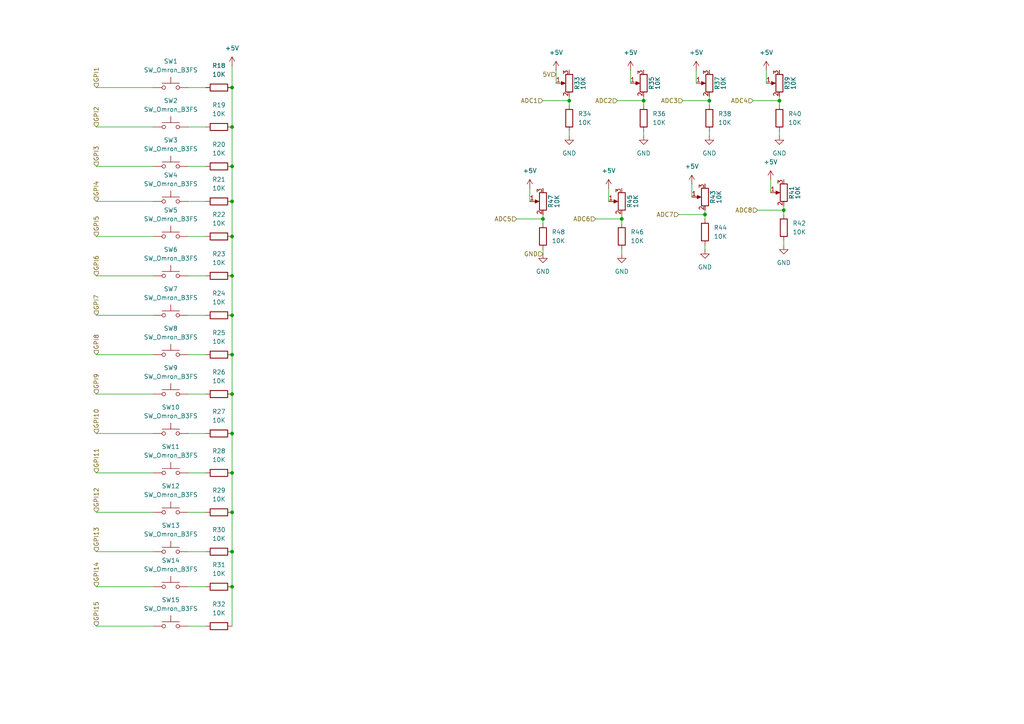
<source format=kicad_sch>
(kicad_sch (version 20231120) (generator "eeschema") (generator_version "8.0")
  (paper "A4")
  (lib_symbols
    (symbol "Device:R" (pin_numbers hide) (pin_names (offset 0))
      (property "Reference" "R" (at 2.032 0 90))
      (property "Value" "R" (at 0 0 90))
      (symbol "R_0_1"
        (rectangle (start -1.016 -2.54) (end 1.016 2.54) (stroke (width 0.254)))
      )
      (symbol "R_1_1"
        (pin passive line (at 0 3.81 270) (length 1.27) (name "~") (number "1"))
        (pin passive line (at 0 -3.81 90) (length 1.27) (name "~") (number "2"))
      )
    )
    (symbol "SharfiLIB:Potentiometer_RM065"
      (property "Reference" "R33" (at 0 -2.286 0))
      (property "Value" "10K" (at 0 -4.064 0))
      (symbol "Potentiometer_RM065_0_1"
        (rectangle (start -2.54 1.016) (end 2.54 -1.016) (stroke (width 0.254)))
        (polyline (pts (xy 0 2.54) (xy 0 1.524)))
        (polyline (pts (xy 0 1.143) (xy -0.508 2.286) (xy 0.508 2.286) (xy 0 1.143)) (fill (type outline)))
      )
      (symbol "Potentiometer_RM065_1_1"
        (pin passive line (at 0 3.81 270) (length 1.27) (name "") (number "1"))
        (pin passive line (at -3.81 0 0) (length 1.27) (name "") (number "2"))
        (pin passive line (at 3.81 0 180) (length 1.27) (name "") (number "3"))
      )
    )
    (symbol "Switch:SW_Omron_B3FS" (pin_numbers hide) (pin_names (offset 1.016) hide)
      (property "Reference" "SW" (at 1.27 2.54 0))
      (property "Value" "SW_Omron_B3FS" (at 0 -1.524 0))
      (symbol "SW_Omron_B3FS_0_1"
        (circle (center -2.032 0) (radius 0.508))
        (polyline (pts (xy 0 1.27) (xy 0 3.048)))
        (polyline (pts (xy 2.54 1.27) (xy -2.54 1.27)))
        (circle (center 2.032 0) (radius 0.508))
        (pin passive line (at -5.08 0 0) (length 2.54) (name "1") (number "1"))
        (pin passive line (at 5.08 0 180) (length 2.54) (name "2") (number "2"))
      )
    )
    (symbol "power:+5V" (power) (pin_numbers hide) (pin_names (offset 0) hide)
      (property "Value" "+5V" (at 0 3.556 0))
      (symbol "+5V_0_1"
        (polyline (pts (xy -0.762 1.27) (xy 0 2.54)))
        (polyline (pts (xy 0 0) (xy 0 2.54)))
        (polyline (pts (xy 0 2.54) (xy 0.762 1.27)))
      )
      (symbol "+5V_1_1"
        (pin power_in line (at 0 0 90) (length 0) (name "~") (number "1"))
      )
    )
    (symbol "power:GND" (power) (pin_numbers hide) (pin_names (offset 0) hide)
      (property "Value" "GND" (at 0 -3.81 0))
      (symbol "GND_0_1"
        (polyline (pts (xy 0 0) (xy 0 -1.27) (xy 1.27 -1.27) (xy 0 -2.54) (xy -1.27 -1.27) (xy 0 -1.27)))
      )
      (symbol "GND_1_1"
        (pin power_in line (at 0 0 270) (length 0) (name "~") (number "1"))
      )
    )
  )
  (junction (at 204.47 62.23))
  (junction (at 186.69 29.21))
  (junction (at 67.31 160.02))
  (junction (at 67.31 68.58))
  (junction (at 67.31 80.01))
  (junction (at 205.74 29.21))
  (junction (at 67.31 125.73))
  (junction (at 67.31 58.42))
  (junction (at 180.34 63.5))
  (junction (at 67.31 102.87))
  (junction (at 67.31 114.3))
  (junction (at 67.31 36.83))
  (junction (at 67.31 25.4))
  (junction (at 67.31 170.18))
  (junction (at 67.31 91.44))
  (junction (at 165.1 29.21))
  (junction (at 227.33 60.96))
  (junction (at 67.31 48.26))
  (junction (at 157.48 63.5))
  (junction (at 226.06 29.21))
  (junction (at 67.31 137.16))
  (junction (at 67.31 148.59))
  (wire (pts (xy 157.48 63.5) (xy 157.48 64.77)))
  (wire (pts (xy 67.31 137.16) (xy 67.31 148.59)))
  (wire (pts (xy 27.94 91.44) (xy 44.45 91.44)))
  (wire (pts (xy 196.85 62.23) (xy 204.47 62.23)))
  (wire (pts (xy 54.61 80.01) (xy 59.69 80.01)))
  (wire (pts (xy 227.33 60.96) (xy 227.33 62.23)))
  (wire (pts (xy 223.52 52.07) (xy 223.52 55.88)))
  (wire (pts (xy 67.31 68.58) (xy 67.31 80.01)))
  (wire (pts (xy 54.61 36.83) (xy 59.69 36.83)))
  (wire (pts (xy 227.33 59.69) (xy 227.33 60.96)))
  (wire (pts (xy 54.61 181.61) (xy 59.69 181.61)))
  (wire (pts (xy 205.74 38.1) (xy 205.74 39.37)))
  (wire (pts (xy 172.72 63.5) (xy 180.34 63.5)))
  (wire (pts (xy 153.67 54.61) (xy 153.67 58.42)))
  (wire (pts (xy 59.69 25.4) (xy 54.61 25.4)))
  (wire (pts (xy 182.88 20.32) (xy 182.88 24.13)))
  (wire (pts (xy 67.31 170.18) (xy 67.31 181.61)))
  (wire (pts (xy 67.31 114.3) (xy 67.31 125.73)))
  (wire (pts (xy 67.31 58.42) (xy 67.31 68.58)))
  (wire (pts (xy 54.61 91.44) (xy 59.69 91.44)))
  (wire (pts (xy 27.94 125.73) (xy 44.45 125.73)))
  (wire (pts (xy 157.48 72.39) (xy 157.48 73.66)))
  (wire (pts (xy 165.1 27.94) (xy 165.1 29.21)))
  (wire (pts (xy 67.31 160.02) (xy 67.31 170.18)))
  (wire (pts (xy 176.53 54.61) (xy 176.53 58.42)))
  (wire (pts (xy 226.06 38.1) (xy 226.06 39.37)))
  (wire (pts (xy 186.69 29.21) (xy 186.69 30.48)))
  (wire (pts (xy 54.61 68.58) (xy 59.69 68.58)))
  (wire (pts (xy 27.94 160.02) (xy 44.45 160.02)))
  (wire (pts (xy 180.34 62.23) (xy 180.34 63.5)))
  (wire (pts (xy 27.94 170.18) (xy 44.45 170.18)))
  (wire (pts (xy 157.48 62.23) (xy 157.48 63.5)))
  (wire (pts (xy 200.66 53.34) (xy 200.66 57.15)))
  (wire (pts (xy 180.34 72.39) (xy 180.34 73.66)))
  (wire (pts (xy 204.47 62.23) (xy 204.47 63.5)))
  (wire (pts (xy 67.31 36.83) (xy 67.31 48.26)))
  (wire (pts (xy 205.74 27.94) (xy 205.74 29.21)))
  (wire (pts (xy 27.94 148.59) (xy 44.45 148.59)))
  (wire (pts (xy 227.33 69.85) (xy 227.33 71.12)))
  (wire (pts (xy 67.31 48.26) (xy 67.31 58.42)))
  (wire (pts (xy 186.69 38.1) (xy 186.69 39.37)))
  (wire (pts (xy 219.71 60.96) (xy 227.33 60.96)))
  (wire (pts (xy 161.29 20.32) (xy 161.29 24.13)))
  (wire (pts (xy 67.31 80.01) (xy 67.31 91.44)))
  (wire (pts (xy 157.48 29.21) (xy 165.1 29.21)))
  (wire (pts (xy 67.31 19.05) (xy 67.31 25.4)))
  (wire (pts (xy 204.47 60.96) (xy 204.47 62.23)))
  (wire (pts (xy 54.61 137.16) (xy 59.69 137.16)))
  (wire (pts (xy 226.06 27.94) (xy 226.06 29.21)))
  (wire (pts (xy 218.44 29.21) (xy 226.06 29.21)))
  (wire (pts (xy 67.31 148.59) (xy 67.31 160.02)))
  (wire (pts (xy 67.31 125.73) (xy 67.31 137.16)))
  (wire (pts (xy 54.61 102.87) (xy 59.69 102.87)))
  (wire (pts (xy 54.61 160.02) (xy 59.69 160.02)))
  (wire (pts (xy 67.31 102.87) (xy 67.31 114.3)))
  (wire (pts (xy 165.1 29.21) (xy 165.1 30.48)))
  (wire (pts (xy 179.07 29.21) (xy 186.69 29.21)))
  (wire (pts (xy 27.94 181.61) (xy 44.45 181.61)))
  (wire (pts (xy 198.12 29.21) (xy 205.74 29.21)))
  (wire (pts (xy 27.94 58.42) (xy 44.45 58.42)))
  (wire (pts (xy 27.94 68.58) (xy 44.45 68.58)))
  (wire (pts (xy 27.94 25.4) (xy 44.45 25.4)))
  (wire (pts (xy 27.94 137.16) (xy 44.45 137.16)))
  (wire (pts (xy 54.61 170.18) (xy 59.69 170.18)))
  (wire (pts (xy 186.69 27.94) (xy 186.69 29.21)))
  (wire (pts (xy 204.47 71.12) (xy 204.47 72.39)))
  (wire (pts (xy 54.61 114.3) (xy 59.69 114.3)))
  (wire (pts (xy 54.61 125.73) (xy 59.69 125.73)))
  (wire (pts (xy 222.25 20.32) (xy 222.25 24.13)))
  (wire (pts (xy 54.61 48.26) (xy 59.69 48.26)))
  (wire (pts (xy 205.74 29.21) (xy 205.74 30.48)))
  (wire (pts (xy 27.94 36.83) (xy 44.45 36.83)))
  (wire (pts (xy 27.94 80.01) (xy 44.45 80.01)))
  (wire (pts (xy 27.94 102.87) (xy 44.45 102.87)))
  (wire (pts (xy 180.34 63.5) (xy 180.34 64.77)))
  (wire (pts (xy 165.1 38.1) (xy 165.1 39.37)))
  (wire (pts (xy 201.93 20.32) (xy 201.93 24.13)))
  (wire (pts (xy 226.06 29.21) (xy 226.06 30.48)))
  (wire (pts (xy 67.31 25.4) (xy 67.31 36.83)))
  (wire (pts (xy 27.94 114.3) (xy 44.45 114.3)))
  (wire (pts (xy 27.94 48.26) (xy 44.45 48.26)))
  (wire (pts (xy 149.86 63.5) (xy 157.48 63.5)))
  (wire (pts (xy 54.61 148.59) (xy 59.69 148.59)))
  (wire (pts (xy 67.31 91.44) (xy 67.31 102.87)))
  (wire (pts (xy 54.61 58.42) (xy 59.69 58.42)))
  (hierarchical_label "GPI14" (shape input) (at 27.94 170.18 90))
  (hierarchical_label "GND" (shape input) (at 157.48 73.66 180))
  (hierarchical_label "GPI15" (shape input) (at 27.94 181.61 90))
  (hierarchical_label "GPI1" (shape input) (at 27.94 25.4 90))
  (hierarchical_label "GPI10" (shape input) (at 27.94 125.73 90))
  (hierarchical_label "ADC7" (shape input) (at 196.85 62.23 180))
  (hierarchical_label "GPI8" (shape input) (at 27.94 102.87 90))
  (hierarchical_label "GPI7" (shape input) (at 27.94 91.44 90))
  (hierarchical_label "ADC1" (shape input) (at 157.48 29.21 180))
  (hierarchical_label "GPI12" (shape input) (at 27.94 148.59 90))
  (hierarchical_label "GPI13" (shape input) (at 27.94 160.02 90))
  (hierarchical_label "GPI3" (shape input) (at 27.94 48.26 90))
  (hierarchical_label "ADC3" (shape input) (at 198.12 29.21 180))
  (hierarchical_label "GPI6" (shape input) (at 27.94 80.01 90))
  (hierarchical_label "ADC8" (shape input) (at 219.71 60.96 180))
  (hierarchical_label "GPI4" (shape input) (at 27.94 58.42 90))
  (hierarchical_label "ADC5" (shape input) (at 149.86 63.5 180))
  (hierarchical_label "ADC4" (shape input) (at 218.44 29.21 180))
  (hierarchical_label "GPI11" (shape input) (at 27.94 137.16 90))
  (hierarchical_label "GPI2" (shape input) (at 27.94 36.83 90))
  (hierarchical_label "GPI9" (shape input) (at 27.94 114.3 90))
  (hierarchical_label "ADC2" (shape input) (at 179.07 29.21 180))
  (hierarchical_label "5V" (shape input) (at 161.29 21.59 180))
  (hierarchical_label "GPI5" (shape input) (at 27.94 68.58 90))
  (hierarchical_label "ADC6" (shape input) (at 172.72 63.5 180))
  (symbol (lib_id "Device:R") (at 63.5 148.59 90) (unit 1)
    (property "Reference" "R29" (at 63.5 142.24 90))
    (property "Value" "10K" (at 63.5 144.78 90))
    (property "Description" "Resistor" (effects (hide yes)))
  )
  (symbol (lib_id "Device:R") (at 165.1 34.29 0) (unit 1)
    (property "Reference" "R34" (at 167.64 33.0199 0) (effects (justify left)))
    (property "Value" "10K" (at 167.64 35.5599 0) (effects (justify left)))
    (property "Description" "Resistor" (effects (hide yes)))
  )
  (symbol (lib_id "Device:R") (at 63.5 102.87 90) (unit 1)
    (property "Reference" "R25" (at 63.5 96.52 90))
    (property "Value" "10K" (at 63.5 99.06 90))
    (property "Description" "Resistor" (effects (hide yes)))
  )
  (symbol (lib_id "Switch:SW_Omron_B3FS") (at 49.53 114.3 0) (unit 1)
    (property "Reference" "SW9" (at 49.53 106.68 0))
    (property "Value" "SW_Omron_B3FS" (at 49.53 109.22 0))
    (property "Footprint" "Button_Switch_SMD:SW_SPST_Omron_B3FS-100xP" (effects (hide yes)))
    (property "Datasheet" "https://omronfs.omron.com/en_US/ecb/products/pdf/en-b3fs.pdf" (effects (hide yes)))
    (property "Description" "Omron B3FS 6x6mm single pole normally-open tactile switch" (effects (hide yes)))
  )
  (symbol (lib_id "power:GND") (at 186.69 39.37 0) (unit 1)
    (property "Reference" "#PWR015" (effects (hide yes)))
    (property "Value" "GND" (at 186.69 44.45 0))
    (property "Description" "Power symbol creates a global label with name \"GND\" , ground" (effects (hide yes)))
  )
  (symbol (lib_id "Device:R") (at 157.48 68.58 0) (unit 1)
    (property "Reference" "R48" (at 160.02 67.3099 0) (effects (justify left)))
    (property "Value" "10K" (at 160.02 69.8499 0) (effects (justify left)))
    (property "Description" "Resistor" (effects (hide yes)))
  )
  (symbol (lib_id "Switch:SW_Omron_B3FS") (at 49.53 36.83 0) (unit 1)
    (property "Reference" "SW2" (at 49.53 29.21 0))
    (property "Value" "SW_Omron_B3FS" (at 49.53 31.75 0))
    (property "Footprint" "Button_Switch_SMD:SW_SPST_Omron_B3FS-100xP" (effects (hide yes)))
    (property "Datasheet" "https://omronfs.omron.com/en_US/ecb/products/pdf/en-b3fs.pdf" (effects (hide yes)))
    (property "Description" "Omron B3FS 6x6mm single pole normally-open tactile switch" (effects (hide yes)))
  )
  (symbol (lib_id "Switch:SW_Omron_B3FS") (at 49.53 25.4 0) (unit 1)
    (property "Reference" "SW1" (at 49.53 17.78 0))
    (property "Value" "SW_Omron_B3FS" (at 49.53 20.32 0))
    (property "Footprint" "Button_Switch_SMD:SW_SPST_Omron_B3FS-100xP" (effects (hide yes)))
    (property "Datasheet" "https://omronfs.omron.com/en_US/ecb/products/pdf/en-b3fs.pdf" (effects (hide yes)))
    (property "Description" "Omron B3FS 6x6mm single pole normally-open tactile switch" (effects (hide yes)))
  )
  (symbol (lib_id "SharfiLIB:Potentiometer_RM065") (at 226.06 24.13 90) (unit 1)
    (property "Reference" "R39" (at 228.346 24.13 0))
    (property "Value" "10K" (at 230.124 24.13 0))
    (property "Footprint" "SharfiLIB:RM065" (effects (hide yes)))
  )
  (symbol (lib_id "power:+5V") (at 200.66 53.34 0) (unit 1)
    (property "Reference" "#PWR022" (effects (hide yes)))
    (property "Value" "+5V" (at 200.66 48.26 0))
    (property "Description" "Power symbol creates a global label with name \"+5V\"" (effects (hide yes)))
  )
  (symbol (lib_id "Device:R") (at 63.5 48.26 90) (unit 1)
    (property "Reference" "R20" (at 63.5 41.91 90))
    (property "Value" "10K" (at 63.5 44.45 90))
    (property "Description" "Resistor" (effects (hide yes)))
  )
  (symbol (lib_id "Switch:SW_Omron_B3FS") (at 49.53 160.02 0) (unit 1)
    (property "Reference" "SW13" (at 49.53 152.4 0))
    (property "Value" "SW_Omron_B3FS" (at 49.53 154.94 0))
    (property "Footprint" "Button_Switch_SMD:SW_SPST_Omron_B3FS-100xP" (effects (hide yes)))
    (property "Datasheet" "https://omronfs.omron.com/en_US/ecb/products/pdf/en-b3fs.pdf" (effects (hide yes)))
    (property "Description" "Omron B3FS 6x6mm single pole normally-open tactile switch" (effects (hide yes)))
  )
  (symbol (lib_id "Device:R") (at 63.5 36.83 90) (unit 1)
    (property "Reference" "R19" (at 63.5 30.48 90))
    (property "Value" "10K" (at 63.5 33.02 90))
    (property "Description" "Resistor" (effects (hide yes)))
  )
  (symbol (lib_id "Device:R") (at 204.47 67.31 0) (unit 1)
    (property "Reference" "R44" (at 207.01 66.0399 0) (effects (justify left)))
    (property "Value" "10K" (at 207.01 68.5799 0) (effects (justify left)))
    (property "Description" "Resistor" (effects (hide yes)))
  )
  (symbol (lib_id "Device:R") (at 63.5 68.58 90) (unit 1)
    (property "Reference" "R22" (at 63.5 62.23 90))
    (property "Value" "10K" (at 63.5 64.77 90))
    (property "Description" "Resistor" (effects (hide yes)))
  )
  (symbol (lib_id "Device:R") (at 63.5 170.18 90) (unit 1)
    (property "Reference" "R31" (at 63.5 163.83 90))
    (property "Value" "10K" (at 63.5 166.37 90))
    (property "Description" "Resistor" (effects (hide yes)))
  )
  (symbol (lib_id "SharfiLIB:Potentiometer_RM065") (at 186.69 24.13 90) (unit 1)
    (property "Reference" "R35" (at 188.976 24.13 0))
    (property "Value" "10K" (at 190.754 24.13 0))
    (property "Footprint" "SharfiLIB:RM065" (effects (hide yes)))
  )
  (symbol (lib_id "power:GND") (at 157.48 73.66 0) (unit 1)
    (property "Reference" "#PWR027" (effects (hide yes)))
    (property "Value" "GND" (at 157.48 78.74 0))
    (property "Description" "Power symbol creates a global label with name \"GND\" , ground" (effects (hide yes)))
  )
  (symbol (lib_id "Switch:SW_Omron_B3FS") (at 49.53 102.87 0) (unit 1)
    (property "Reference" "SW8" (at 49.53 95.25 0))
    (property "Value" "SW_Omron_B3FS" (at 49.53 97.79 0))
    (property "Footprint" "Button_Switch_SMD:SW_SPST_Omron_B3FS-100xP" (effects (hide yes)))
    (property "Datasheet" "https://omronfs.omron.com/en_US/ecb/products/pdf/en-b3fs.pdf" (effects (hide yes)))
    (property "Description" "Omron B3FS 6x6mm single pole normally-open tactile switch" (effects (hide yes)))
  )
  (symbol (lib_id "power:GND") (at 180.34 73.66 0) (unit 1)
    (property "Reference" "#PWR025" (effects (hide yes)))
    (property "Value" "GND" (at 180.34 78.74 0))
    (property "Description" "Power symbol creates a global label with name \"GND\" , ground" (effects (hide yes)))
  )
  (symbol (lib_id "power:+5V") (at 161.29 20.32 0) (unit 1)
    (property "Reference" "#PWR013" (effects (hide yes)))
    (property "Value" "+5V" (at 161.29 15.24 0))
    (property "Description" "Power symbol creates a global label with name \"+5V\"" (effects (hide yes)))
  )
  (symbol (lib_id "Device:R") (at 63.5 181.61 90) (unit 1)
    (property "Reference" "R32" (at 63.5 175.26 90))
    (property "Value" "10K" (at 63.5 177.8 90))
    (property "Description" "Resistor" (effects (hide yes)))
  )
  (symbol (lib_id "Device:R") (at 63.5 125.73 90) (unit 1)
    (property "Reference" "R27" (at 63.5 119.38 90))
    (property "Value" "10K" (at 63.5 121.92 90))
    (property "Description" "Resistor" (effects (hide yes)))
  )
  (symbol (lib_id "Device:R") (at 63.5 91.44 90) (unit 1)
    (property "Reference" "R24" (at 63.5 85.09 90))
    (property "Value" "10K" (at 63.5 87.63 90))
    (property "Description" "Resistor" (effects (hide yes)))
  )
  (symbol (lib_id "Switch:SW_Omron_B3FS") (at 49.53 181.61 0) (unit 1)
    (property "Reference" "SW15" (at 49.53 173.99 0))
    (property "Value" "SW_Omron_B3FS" (at 49.53 176.53 0))
    (property "Footprint" "Button_Switch_SMD:SW_SPST_Omron_B3FS-100xP" (effects (hide yes)))
    (property "Datasheet" "https://omronfs.omron.com/en_US/ecb/products/pdf/en-b3fs.pdf" (effects (hide yes)))
    (property "Description" "Omron B3FS 6x6mm single pole normally-open tactile switch" (effects (hide yes)))
  )
  (symbol (lib_id "power:GND") (at 165.1 39.37 0) (unit 1)
    (property "Reference" "#PWR012" (effects (hide yes)))
    (property "Value" "GND" (at 165.1 44.45 0))
    (property "Description" "Power symbol creates a global label with name \"GND\" , ground" (effects (hide yes)))
  )
  (symbol (lib_id "Device:R") (at 63.5 80.01 90) (unit 1)
    (property "Reference" "R23" (at 63.5 73.66 90))
    (property "Value" "10K" (at 63.5 76.2 90))
    (property "Description" "Resistor" (effects (hide yes)))
  )
  (symbol (lib_id "Device:R") (at 205.74 34.29 0) (unit 1)
    (property "Reference" "R38" (at 208.28 33.0199 0) (effects (justify left)))
    (property "Value" "10K" (at 208.28 35.5599 0) (effects (justify left)))
    (property "Description" "Resistor" (effects (hide yes)))
  )
  (symbol (lib_id "power:+5V") (at 223.52 52.07 0) (unit 1)
    (property "Reference" "#PWR020" (effects (hide yes)))
    (property "Value" "+5V" (at 223.52 46.99 0))
    (property "Description" "Power symbol creates a global label with name \"+5V\"" (effects (hide yes)))
  )
  (symbol (lib_id "SharfiLIB:Potentiometer_RM065") (at 204.47 57.15 90) (unit 1)
    (property "Reference" "R43" (at 206.756 57.15 0))
    (property "Value" "10K" (at 208.534 57.15 0))
    (property "Footprint" "SharfiLIB:RM065" (effects (hide yes)))
  )
  (symbol (lib_id "Device:R") (at 180.34 68.58 0) (unit 1)
    (property "Reference" "R46" (at 182.88 67.3099 0) (effects (justify left)))
    (property "Value" "10K" (at 182.88 69.8499 0) (effects (justify left)))
    (property "Description" "Resistor" (effects (hide yes)))
  )
  (symbol (lib_id "power:+5V") (at 176.53 54.61 0) (unit 1)
    (property "Reference" "#PWR024" (effects (hide yes)))
    (property "Value" "+5V" (at 176.53 49.53 0))
    (property "Description" "Power symbol creates a global label with name \"+5V\"" (effects (hide yes)))
  )
  (symbol (lib_id "SharfiLIB:Potentiometer_RM065") (at 157.48 58.42 90) (unit 1)
    (property "Reference" "R47" (at 159.766 58.42 0))
    (property "Value" "10K" (at 161.544 58.42 0))
    (property "Footprint" "SharfiLIB:RM065" (effects (hide yes)))
  )
  (symbol (lib_id "power:+5V") (at 182.88 20.32 0) (unit 1)
    (property "Reference" "#PWR014" (effects (hide yes)))
    (property "Value" "+5V" (at 182.88 15.24 0))
    (property "Description" "Power symbol creates a global label with name \"+5V\"" (effects (hide yes)))
  )
  (symbol (lib_id "SharfiLIB:Potentiometer_RM065") (at 165.1 24.13 90) (unit 1)
    (property "Reference" "R33" (at 167.386 24.13 0))
    (property "Value" "10K" (at 169.164 24.13 0))
    (property "Footprint" "SharfiLIB:RM065" (effects (hide yes)))
  )
  (symbol (lib_id "power:+5V") (at 67.31 19.05 0) (unit 1)
    (property "Reference" "#PWR011" (effects (hide yes)))
    (property "Value" "+5V" (at 67.31 13.97 0))
    (property "Description" "Power symbol creates a global label with name \"+5V\"" (effects (hide yes)))
  )
  (symbol (lib_id "Switch:SW_Omron_B3FS") (at 49.53 148.59 0) (unit 1)
    (property "Reference" "SW12" (at 49.53 140.97 0))
    (property "Value" "SW_Omron_B3FS" (at 49.53 143.51 0))
    (property "Footprint" "Button_Switch_SMD:SW_SPST_Omron_B3FS-100xP" (effects (hide yes)))
    (property "Datasheet" "https://omronfs.omron.com/en_US/ecb/products/pdf/en-b3fs.pdf" (effects (hide yes)))
    (property "Description" "Omron B3FS 6x6mm single pole normally-open tactile switch" (effects (hide yes)))
  )
  (symbol (lib_id "Switch:SW_Omron_B3FS") (at 49.53 48.26 0) (unit 1)
    (property "Reference" "SW3" (at 49.53 40.64 0))
    (property "Value" "SW_Omron_B3FS" (at 49.53 43.18 0))
    (property "Footprint" "Button_Switch_SMD:SW_SPST_Omron_B3FS-100xP" (effects (hide yes)))
    (property "Datasheet" "https://omronfs.omron.com/en_US/ecb/products/pdf/en-b3fs.pdf" (effects (hide yes)))
    (property "Description" "Omron B3FS 6x6mm single pole normally-open tactile switch" (effects (hide yes)))
  )
  (symbol (lib_id "power:GND") (at 205.74 39.37 0) (unit 1)
    (property "Reference" "#PWR017" (effects (hide yes)))
    (property "Value" "GND" (at 205.74 44.45 0))
    (property "Description" "Power symbol creates a global label with name \"GND\" , ground" (effects (hide yes)))
  )
  (symbol (lib_id "power:GND") (at 226.06 39.37 0) (unit 1)
    (property "Reference" "#PWR019" (effects (hide yes)))
    (property "Value" "GND" (at 226.06 44.45 0))
    (property "Description" "Power symbol creates a global label with name \"GND\" , ground" (effects (hide yes)))
  )
  (symbol (lib_id "SharfiLIB:Potentiometer_RM065") (at 227.33 55.88 90) (unit 1)
    (property "Reference" "R41" (at 229.616 55.88 0))
    (property "Value" "10K" (at 231.394 55.88 0))
    (property "Footprint" "SharfiLIB:RM065" (effects (hide yes)))
  )
  (symbol (lib_id "Device:R") (at 226.06 34.29 0) (unit 1)
    (property "Reference" "R40" (at 228.6 33.0199 0) (effects (justify left)))
    (property "Value" "10K" (at 228.6 35.5599 0) (effects (justify left)))
    (property "Description" "Resistor" (effects (hide yes)))
  )
  (symbol (lib_id "Device:R") (at 63.5 137.16 90) (unit 1)
    (property "Reference" "R28" (at 63.5 130.81 90))
    (property "Value" "10K" (at 63.5 133.35 90))
    (property "Description" "Resistor" (effects (hide yes)))
  )
  (symbol (lib_id "Switch:SW_Omron_B3FS") (at 49.53 125.73 0) (unit 1)
    (property "Reference" "SW10" (at 49.53 118.11 0))
    (property "Value" "SW_Omron_B3FS" (at 49.53 120.65 0))
    (property "Footprint" "Button_Switch_SMD:SW_SPST_Omron_B3FS-100xP" (effects (hide yes)))
    (property "Datasheet" "https://omronfs.omron.com/en_US/ecb/products/pdf/en-b3fs.pdf" (effects (hide yes)))
    (property "Description" "Omron B3FS 6x6mm single pole normally-open tactile switch" (effects (hide yes)))
  )
  (symbol (lib_id "Device:R") (at 186.69 34.29 0) (unit 1)
    (property "Reference" "R36" (at 189.23 33.0199 0) (effects (justify left)))
    (property "Value" "10K" (at 189.23 35.5599 0) (effects (justify left)))
    (property "Description" "Resistor" (effects (hide yes)))
  )
  (symbol (lib_id "SharfiLIB:Potentiometer_RM065") (at 180.34 58.42 90) (unit 1)
    (property "Reference" "R45" (at 182.626 58.42 0))
    (property "Value" "10K" (at 184.404 58.42 0))
    (property "Footprint" "SharfiLIB:RM065" (effects (hide yes)))
  )
  (symbol (lib_id "Switch:SW_Omron_B3FS") (at 49.53 137.16 0) (unit 1)
    (property "Reference" "SW11" (at 49.53 129.54 0))
    (property "Value" "SW_Omron_B3FS" (at 49.53 132.08 0))
    (property "Footprint" "Button_Switch_SMD:SW_SPST_Omron_B3FS-100xP" (effects (hide yes)))
    (property "Datasheet" "https://omronfs.omron.com/en_US/ecb/products/pdf/en-b3fs.pdf" (effects (hide yes)))
    (property "Description" "Omron B3FS 6x6mm single pole normally-open tactile switch" (effects (hide yes)))
  )
  (symbol (lib_id "SharfiLIB:Potentiometer_RM065") (at 205.74 24.13 90) (unit 1)
    (property "Reference" "R37" (at 208.026 24.13 0))
    (property "Value" "10K" (at 209.804 24.13 0))
    (property "Footprint" "SharfiLIB:RM065" (effects (hide yes)))
  )
  (symbol (lib_id "Switch:SW_Omron_B3FS") (at 49.53 58.42 0) (unit 1)
    (property "Reference" "SW4" (at 49.53 50.8 0))
    (property "Value" "SW_Omron_B3FS" (at 49.53 53.34 0))
    (property "Footprint" "Button_Switch_SMD:SW_SPST_Omron_B3FS-100xP" (effects (hide yes)))
    (property "Datasheet" "https://omronfs.omron.com/en_US/ecb/products/pdf/en-b3fs.pdf" (effects (hide yes)))
    (property "Description" "Omron B3FS 6x6mm single pole normally-open tactile switch" (effects (hide yes)))
  )
  (symbol (lib_id "Switch:SW_Omron_B3FS") (at 49.53 68.58 0) (unit 1)
    (property "Reference" "SW5" (at 49.53 60.96 0))
    (property "Value" "SW_Omron_B3FS" (at 49.53 63.5 0))
    (property "Footprint" "Button_Switch_SMD:SW_SPST_Omron_B3FS-100xP" (effects (hide yes)))
    (property "Datasheet" "https://omronfs.omron.com/en_US/ecb/products/pdf/en-b3fs.pdf" (effects (hide yes)))
    (property "Description" "Omron B3FS 6x6mm single pole normally-open tactile switch" (effects (hide yes)))
  )
  (symbol (lib_id "Device:R") (at 63.5 58.42 90) (unit 1)
    (property "Reference" "R21" (at 63.5 52.07 90))
    (property "Value" "10K" (at 63.5 54.61 90))
    (property "Description" "Resistor" (effects (hide yes)))
  )
  (symbol (lib_id "power:+5V") (at 153.67 54.61 0) (unit 1)
    (property "Reference" "#PWR026" (effects (hide yes)))
    (property "Value" "+5V" (at 153.67 49.53 0))
    (property "Description" "Power symbol creates a global label with name \"+5V\"" (effects (hide yes)))
  )
  (symbol (lib_id "Device:R") (at 63.5 25.4 90) (unit 1)
    (property "Reference" "R18" (at 63.5 19.05 90))
    (property "Value" "10K" (at 63.5 21.59 90))
    (property "Description" "Resistor" (effects (hide yes)))
  )
  (symbol (lib_id "power:GND") (at 227.33 71.12 0) (unit 1)
    (property "Reference" "#PWR021" (effects (hide yes)))
    (property "Value" "GND" (at 227.33 76.2 0))
    (property "Description" "Power symbol creates a global label with name \"GND\" , ground" (effects (hide yes)))
  )
  (symbol (lib_id "Device:R") (at 63.5 160.02 90) (unit 1)
    (property "Reference" "R30" (at 63.5 153.67 90))
    (property "Value" "10K" (at 63.5 156.21 90))
    (property "Description" "Resistor" (effects (hide yes)))
  )
  (symbol (lib_id "Device:R") (at 227.33 66.04 0) (unit 1)
    (property "Reference" "R42" (at 229.87 64.7699 0) (effects (justify left)))
    (property "Value" "10K" (at 229.87 67.3099 0) (effects (justify left)))
    (property "Description" "Resistor" (effects (hide yes)))
  )
  (symbol (lib_id "Switch:SW_Omron_B3FS") (at 49.53 91.44 0) (unit 1)
    (property "Reference" "SW7" (at 49.53 83.82 0))
    (property "Value" "SW_Omron_B3FS" (at 49.53 86.36 0))
    (property "Footprint" "Button_Switch_SMD:SW_SPST_Omron_B3FS-100xP" (effects (hide yes)))
    (property "Datasheet" "https://omronfs.omron.com/en_US/ecb/products/pdf/en-b3fs.pdf" (effects (hide yes)))
    (property "Description" "Omron B3FS 6x6mm single pole normally-open tactile switch" (effects (hide yes)))
  )
  (symbol (lib_id "Device:R") (at 63.5 114.3 90) (unit 1)
    (property "Reference" "R26" (at 63.5 107.95 90))
    (property "Value" "10K" (at 63.5 110.49 90))
    (property "Description" "Resistor" (effects (hide yes)))
  )
  (symbol (lib_id "power:+5V") (at 201.93 20.32 0) (unit 1)
    (property "Reference" "#PWR016" (effects (hide yes)))
    (property "Value" "+5V" (at 201.93 15.24 0))
    (property "Description" "Power symbol creates a global label with name \"+5V\"" (effects (hide yes)))
  )
  (symbol (lib_id "Switch:SW_Omron_B3FS") (at 49.53 170.18 0) (unit 1)
    (property "Reference" "SW14" (at 49.53 162.56 0))
    (property "Value" "SW_Omron_B3FS" (at 49.53 165.1 0))
    (property "Footprint" "Button_Switch_SMD:SW_SPST_Omron_B3FS-100xP" (effects (hide yes)))
    (property "Datasheet" "https://omronfs.omron.com/en_US/ecb/products/pdf/en-b3fs.pdf" (effects (hide yes)))
    (property "Description" "Omron B3FS 6x6mm single pole normally-open tactile switch" (effects (hide yes)))
  )
  (symbol (lib_id "Switch:SW_Omron_B3FS") (at 49.53 80.01 0) (unit 1)
    (property "Reference" "SW6" (at 49.53 72.39 0))
    (property "Value" "SW_Omron_B3FS" (at 49.53 74.93 0))
    (property "Footprint" "Button_Switch_SMD:SW_SPST_Omron_B3FS-100xP" (effects (hide yes)))
    (property "Datasheet" "https://omronfs.omron.com/en_US/ecb/products/pdf/en-b3fs.pdf" (effects (hide yes)))
    (property "Description" "Omron B3FS 6x6mm single pole normally-open tactile switch" (effects (hide yes)))
  )
  (symbol (lib_id "power:GND") (at 204.47 72.39 0) (unit 1)
    (property "Reference" "#PWR023" (effects (hide yes)))
    (property "Value" "GND" (at 204.47 77.47 0))
    (property "Description" "Power symbol creates a global label with name \"GND\" , ground" (effects (hide yes)))
  )
  (symbol (lib_id "power:+5V") (at 222.25 20.32 0) (unit 1)
    (property "Reference" "#PWR018" (effects (hide yes)))
    (property "Value" "+5V" (at 222.25 15.24 0))
    (property "Description" "Power symbol creates a global label with name \"+5V\"" (effects (hide yes)))
  )
)
</source>
